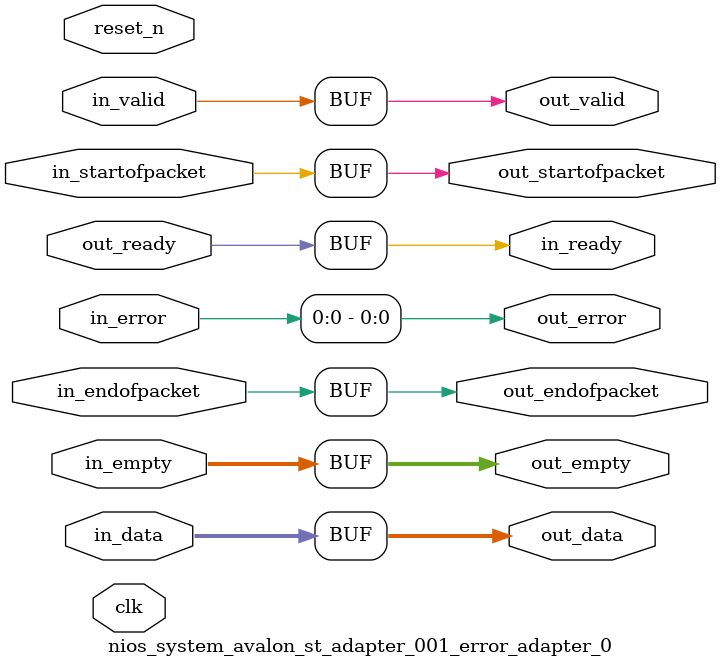
<source format=v>

`timescale 1ns / 100ps
module nios_system_avalon_st_adapter_001_error_adapter_0 (
    
      // Interface: clk
      input              clk,
      // Interface: reset
      input              reset_n,
      // Interface: in
      output reg         in_ready,
      input              in_valid,
      input      [31: 0] in_data,
      input      [ 5: 0] in_error,
      input              in_startofpacket,
      input              in_endofpacket,
      input      [ 1: 0] in_empty,
      // Interface: out
      input              out_ready,
      output reg         out_valid,
      output reg [31: 0] out_data,
      output reg [ 0: 0] out_error,
      output reg         out_startofpacket,
      output reg         out_endofpacket,
      output reg [ 1: 0] out_empty
);



   // ---------------------------------------------------------------------
   //| Pass-through Mapping
   // ---------------------------------------------------------------------
   always @* begin
      in_ready = out_ready;
      out_valid = in_valid;
      out_data = in_data;
      out_startofpacket = in_startofpacket;
      out_endofpacket = in_endofpacket;
      out_empty = in_empty;

   end

   // ---------------------------------------------------------------------
   //| Error Mapping
   // ---------------------------------------------------------------------
   always @* begin
      out_error = 0;
      
      out_error = in_error;
   end
endmodule
</source>
